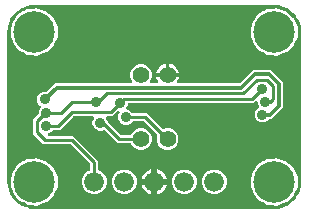
<source format=gbr>
G04 EAGLE Gerber RS-274X export*
G75*
%MOMM*%
%FSLAX34Y34*%
%LPD*%
%INBottom Copper*%
%IPPOS*%
%AMOC8*
5,1,8,0,0,1.08239X$1,22.5*%
G01*
%ADD10C,3.516000*%
%ADD11C,1.676400*%
%ADD12C,1.422400*%
%ADD13C,0.889000*%
%ADD14C,0.254000*%
%ADD15C,0.304800*%

G36*
X228622Y2543D02*
X228622Y2543D01*
X228700Y2545D01*
X232077Y2810D01*
X232145Y2824D01*
X232214Y2829D01*
X232370Y2869D01*
X238794Y4956D01*
X238901Y5006D01*
X239012Y5050D01*
X239063Y5083D01*
X239082Y5091D01*
X239097Y5104D01*
X239148Y5136D01*
X244612Y9107D01*
X244699Y9188D01*
X244746Y9227D01*
X244752Y9231D01*
X244753Y9233D01*
X244791Y9264D01*
X244829Y9310D01*
X244844Y9324D01*
X244855Y9342D01*
X244893Y9388D01*
X246586Y11717D01*
X246599Y11741D01*
X246616Y11761D01*
X246675Y11880D01*
X246739Y11996D01*
X246746Y12022D01*
X246758Y12046D01*
X246785Y12174D01*
X246799Y12185D01*
X246823Y12196D01*
X246925Y12281D01*
X247031Y12361D01*
X247048Y12381D01*
X247068Y12398D01*
X247171Y12522D01*
X248864Y14852D01*
X248921Y14956D01*
X248985Y15056D01*
X249007Y15113D01*
X249017Y15131D01*
X249022Y15151D01*
X249044Y15206D01*
X251131Y21630D01*
X251144Y21698D01*
X251167Y21764D01*
X251190Y21923D01*
X251455Y25300D01*
X251455Y25304D01*
X251456Y25307D01*
X251455Y25326D01*
X251459Y25400D01*
X251459Y152400D01*
X251457Y152422D01*
X251455Y152500D01*
X251190Y155877D01*
X251176Y155945D01*
X251171Y156014D01*
X251131Y156170D01*
X249044Y162594D01*
X248993Y162701D01*
X248950Y162812D01*
X248917Y162863D01*
X248909Y162882D01*
X248896Y162897D01*
X248864Y162948D01*
X247171Y165278D01*
X247153Y165297D01*
X247139Y165320D01*
X247044Y165413D01*
X246953Y165509D01*
X246931Y165524D01*
X246912Y165542D01*
X246798Y165608D01*
X246792Y165624D01*
X246789Y165651D01*
X246740Y165775D01*
X246697Y165900D01*
X246682Y165922D01*
X246672Y165947D01*
X246586Y166083D01*
X244893Y168412D01*
X244812Y168499D01*
X244736Y168591D01*
X244690Y168629D01*
X244676Y168644D01*
X244658Y168655D01*
X244612Y168693D01*
X239148Y172664D01*
X239044Y172721D01*
X238944Y172785D01*
X238887Y172807D01*
X238869Y172817D01*
X238849Y172822D01*
X238794Y172844D01*
X232370Y174931D01*
X232302Y174944D01*
X232236Y174967D01*
X232077Y174990D01*
X228700Y175255D01*
X228678Y175254D01*
X228600Y175259D01*
X25400Y175259D01*
X25378Y175257D01*
X25300Y175255D01*
X21923Y174990D01*
X21855Y174976D01*
X21786Y174971D01*
X21630Y174931D01*
X18892Y174041D01*
X18867Y174030D01*
X18842Y174024D01*
X18724Y173963D01*
X18604Y173906D01*
X18583Y173889D01*
X18560Y173877D01*
X18462Y173789D01*
X18445Y173788D01*
X18418Y173793D01*
X18286Y173785D01*
X18153Y173783D01*
X18127Y173775D01*
X18101Y173774D01*
X17945Y173734D01*
X15206Y172844D01*
X15099Y172794D01*
X14988Y172750D01*
X14937Y172717D01*
X14918Y172709D01*
X14903Y172696D01*
X14852Y172664D01*
X9388Y168693D01*
X9301Y168612D01*
X9209Y168536D01*
X9171Y168490D01*
X9156Y168476D01*
X9145Y168458D01*
X9107Y168412D01*
X5136Y162948D01*
X5079Y162844D01*
X5015Y162744D01*
X4993Y162687D01*
X4983Y162669D01*
X4978Y162649D01*
X4956Y162594D01*
X2869Y156170D01*
X2856Y156102D01*
X2833Y156036D01*
X2810Y155877D01*
X2545Y152500D01*
X2546Y152478D01*
X2541Y152400D01*
X2541Y25400D01*
X2543Y25378D01*
X2545Y25300D01*
X2810Y21923D01*
X2824Y21855D01*
X2829Y21786D01*
X2869Y21630D01*
X4956Y15206D01*
X5006Y15099D01*
X5050Y14988D01*
X5083Y14937D01*
X5091Y14918D01*
X5104Y14903D01*
X5136Y14852D01*
X9107Y9388D01*
X9127Y9366D01*
X9138Y9348D01*
X9184Y9305D01*
X9188Y9301D01*
X9264Y9209D01*
X9310Y9171D01*
X9324Y9156D01*
X9342Y9145D01*
X9388Y9107D01*
X14852Y5136D01*
X14956Y5079D01*
X15056Y5015D01*
X15113Y4993D01*
X15131Y4983D01*
X15151Y4978D01*
X15206Y4956D01*
X17945Y4066D01*
X17971Y4061D01*
X17996Y4051D01*
X18127Y4031D01*
X18257Y4006D01*
X18284Y4008D01*
X18310Y4004D01*
X18441Y4018D01*
X18455Y4008D01*
X18474Y3989D01*
X18585Y3917D01*
X18694Y3842D01*
X18719Y3832D01*
X18742Y3818D01*
X18891Y3759D01*
X21630Y2869D01*
X21698Y2856D01*
X21764Y2833D01*
X21923Y2810D01*
X25300Y2545D01*
X25322Y2546D01*
X25400Y2541D01*
X228600Y2541D01*
X228622Y2543D01*
G37*
%LPC*%
G36*
X74128Y14985D02*
X74128Y14985D01*
X70301Y16571D01*
X67371Y19501D01*
X65785Y23328D01*
X65785Y27472D01*
X67371Y31299D01*
X70301Y34229D01*
X72114Y34980D01*
X72139Y34995D01*
X72167Y35004D01*
X72277Y35073D01*
X72390Y35138D01*
X72411Y35158D01*
X72436Y35174D01*
X72525Y35269D01*
X72618Y35359D01*
X72634Y35384D01*
X72654Y35406D01*
X72717Y35520D01*
X72785Y35630D01*
X72793Y35658D01*
X72808Y35684D01*
X72840Y35810D01*
X72878Y35934D01*
X72880Y35964D01*
X72887Y35992D01*
X72897Y36153D01*
X72897Y40016D01*
X72885Y40114D01*
X72882Y40213D01*
X72865Y40272D01*
X72857Y40332D01*
X72821Y40424D01*
X72793Y40519D01*
X72763Y40571D01*
X72740Y40627D01*
X72682Y40707D01*
X72632Y40793D01*
X72566Y40868D01*
X72554Y40885D01*
X72544Y40893D01*
X72526Y40914D01*
X56154Y57286D01*
X56075Y57346D01*
X56003Y57414D01*
X55950Y57443D01*
X55902Y57480D01*
X55811Y57520D01*
X55725Y57568D01*
X55666Y57583D01*
X55611Y57607D01*
X55513Y57622D01*
X55417Y57647D01*
X55317Y57653D01*
X55296Y57657D01*
X55284Y57655D01*
X55256Y57657D01*
X32922Y57657D01*
X24510Y66069D01*
X24510Y78711D01*
X28711Y82911D01*
X28771Y82990D01*
X28839Y83062D01*
X28868Y83115D01*
X28905Y83163D01*
X28945Y83254D01*
X28993Y83340D01*
X29008Y83399D01*
X29032Y83454D01*
X29047Y83552D01*
X29072Y83648D01*
X29078Y83748D01*
X29082Y83768D01*
X29080Y83781D01*
X29082Y83809D01*
X29082Y85109D01*
X30068Y87489D01*
X30582Y88002D01*
X30654Y88096D01*
X30733Y88186D01*
X30752Y88222D01*
X30777Y88254D01*
X30824Y88363D01*
X30878Y88469D01*
X30887Y88508D01*
X30903Y88546D01*
X30922Y88663D01*
X30948Y88779D01*
X30946Y88820D01*
X30953Y88860D01*
X30942Y88978D01*
X30938Y89097D01*
X30927Y89136D01*
X30923Y89176D01*
X30883Y89288D01*
X30850Y89403D01*
X30829Y89438D01*
X30815Y89476D01*
X30749Y89574D01*
X30688Y89677D01*
X30648Y89722D01*
X30637Y89739D01*
X30621Y89752D01*
X30582Y89797D01*
X28798Y91581D01*
X27812Y93961D01*
X27812Y96539D01*
X28798Y98919D01*
X30621Y100742D01*
X33001Y101728D01*
X35212Y101728D01*
X35310Y101740D01*
X35409Y101743D01*
X35467Y101760D01*
X35528Y101768D01*
X35620Y101804D01*
X35715Y101832D01*
X35767Y101862D01*
X35823Y101885D01*
X35903Y101943D01*
X35989Y101993D01*
X36064Y102059D01*
X36081Y102071D01*
X36088Y102081D01*
X36110Y102099D01*
X42723Y108713D01*
X106990Y108713D01*
X107129Y108730D01*
X107268Y108743D01*
X107286Y108750D01*
X107306Y108753D01*
X107436Y108804D01*
X107567Y108851D01*
X107583Y108862D01*
X107602Y108870D01*
X107714Y108951D01*
X107830Y109030D01*
X107843Y109045D01*
X107859Y109056D01*
X107948Y109164D01*
X108040Y109269D01*
X108049Y109286D01*
X108062Y109301D01*
X108121Y109428D01*
X108185Y109552D01*
X108189Y109571D01*
X108197Y109589D01*
X108223Y109725D01*
X108254Y109862D01*
X108253Y109882D01*
X108257Y109901D01*
X108248Y110041D01*
X108244Y110180D01*
X108239Y110199D01*
X108237Y110219D01*
X108194Y110352D01*
X108155Y110486D01*
X108145Y110503D01*
X108139Y110521D01*
X108111Y110566D01*
X106655Y114081D01*
X106655Y117719D01*
X108047Y121080D01*
X110620Y123653D01*
X113981Y125045D01*
X117619Y125045D01*
X120980Y123653D01*
X123553Y121080D01*
X124945Y117719D01*
X124945Y114081D01*
X123460Y110497D01*
X123403Y110375D01*
X123399Y110356D01*
X123391Y110337D01*
X123369Y110199D01*
X123343Y110062D01*
X123344Y110043D01*
X123341Y110023D01*
X123354Y109884D01*
X123363Y109745D01*
X123369Y109726D01*
X123371Y109707D01*
X123418Y109575D01*
X123461Y109443D01*
X123471Y109426D01*
X123478Y109407D01*
X123556Y109292D01*
X123631Y109174D01*
X123645Y109160D01*
X123656Y109144D01*
X123761Y109052D01*
X123862Y108956D01*
X123880Y108946D01*
X123894Y108933D01*
X124019Y108870D01*
X124141Y108802D01*
X124160Y108798D01*
X124178Y108788D01*
X124314Y108758D01*
X124449Y108723D01*
X124476Y108721D01*
X124488Y108719D01*
X124508Y108719D01*
X124610Y108713D01*
X128999Y108713D01*
X129039Y108718D01*
X129079Y108715D01*
X129196Y108738D01*
X129315Y108753D01*
X129352Y108767D01*
X129391Y108775D01*
X129500Y108826D01*
X129611Y108870D01*
X129643Y108893D01*
X129679Y108910D01*
X129771Y108986D01*
X129868Y109056D01*
X129893Y109087D01*
X129924Y109112D01*
X129994Y109209D01*
X130071Y109301D01*
X130088Y109337D01*
X130111Y109370D01*
X130155Y109481D01*
X130206Y109589D01*
X130214Y109628D01*
X130228Y109665D01*
X130244Y109784D01*
X130266Y109901D01*
X130264Y109941D01*
X130269Y109981D01*
X130254Y110100D01*
X130246Y110219D01*
X130234Y110257D01*
X130229Y110296D01*
X130185Y110408D01*
X130148Y110521D01*
X130127Y110555D01*
X130112Y110592D01*
X130026Y110728D01*
X129944Y110841D01*
X129254Y112195D01*
X128785Y113640D01*
X128664Y114401D01*
X137970Y114401D01*
X138088Y114416D01*
X138207Y114423D01*
X138214Y114425D01*
X138270Y114411D01*
X138330Y114407D01*
X138350Y114403D01*
X138370Y114405D01*
X138430Y114401D01*
X147736Y114401D01*
X147615Y113640D01*
X147146Y112195D01*
X146456Y110841D01*
X146374Y110728D01*
X146355Y110693D01*
X146329Y110663D01*
X146278Y110554D01*
X146221Y110449D01*
X146211Y110411D01*
X146194Y110375D01*
X146171Y110257D01*
X146141Y110141D01*
X146141Y110102D01*
X146134Y110062D01*
X146141Y109943D01*
X146141Y109823D01*
X146151Y109785D01*
X146154Y109745D01*
X146191Y109631D01*
X146220Y109515D01*
X146239Y109480D01*
X146252Y109443D01*
X146316Y109341D01*
X146373Y109237D01*
X146401Y109208D01*
X146422Y109174D01*
X146509Y109092D01*
X146591Y109005D01*
X146625Y108983D01*
X146653Y108956D01*
X146758Y108898D01*
X146859Y108834D01*
X146897Y108822D01*
X146932Y108802D01*
X147048Y108773D01*
X147162Y108735D01*
X147201Y108733D01*
X147240Y108723D01*
X147401Y108713D01*
X198406Y108713D01*
X198504Y108725D01*
X198603Y108728D01*
X198662Y108745D01*
X198722Y108753D01*
X198814Y108789D01*
X198909Y108817D01*
X198961Y108847D01*
X199017Y108870D01*
X199097Y108928D01*
X199183Y108978D01*
X199258Y109044D01*
X199275Y109056D01*
X199282Y109066D01*
X199304Y109084D01*
X208034Y117814D01*
X208034Y117815D01*
X210489Y120270D01*
X225595Y120270D01*
X235713Y110152D01*
X235713Y88443D01*
X226009Y78739D01*
X224570Y78739D01*
X224472Y78727D01*
X224373Y78724D01*
X224314Y78707D01*
X224254Y78699D01*
X224162Y78663D01*
X224067Y78635D01*
X224015Y78605D01*
X223959Y78582D01*
X223878Y78524D01*
X223793Y78474D01*
X223718Y78408D01*
X223701Y78396D01*
X223694Y78386D01*
X223672Y78368D01*
X222109Y76804D01*
X219729Y75818D01*
X217151Y75818D01*
X214771Y76804D01*
X212948Y78627D01*
X211962Y81007D01*
X211962Y83585D01*
X212948Y85965D01*
X214771Y87788D01*
X214833Y87813D01*
X214936Y87872D01*
X215044Y87925D01*
X215074Y87951D01*
X215110Y87971D01*
X215195Y88054D01*
X215286Y88131D01*
X215309Y88164D01*
X215338Y88192D01*
X215400Y88294D01*
X215469Y88391D01*
X215483Y88429D01*
X215504Y88463D01*
X215539Y88577D01*
X215581Y88689D01*
X215586Y88729D01*
X215598Y88767D01*
X215604Y88886D01*
X215617Y89005D01*
X215611Y89045D01*
X215613Y89085D01*
X215589Y89202D01*
X215572Y89320D01*
X215553Y89376D01*
X215549Y89396D01*
X215540Y89415D01*
X215520Y89472D01*
X214502Y91929D01*
X214502Y92467D01*
X214485Y92605D01*
X214472Y92744D01*
X214465Y92763D01*
X214462Y92783D01*
X214411Y92912D01*
X214364Y93043D01*
X214353Y93060D01*
X214345Y93078D01*
X214264Y93191D01*
X214186Y93306D01*
X214170Y93319D01*
X214159Y93336D01*
X214051Y93425D01*
X213947Y93517D01*
X213929Y93526D01*
X213914Y93539D01*
X213788Y93598D01*
X213664Y93661D01*
X213644Y93666D01*
X213626Y93674D01*
X213489Y93700D01*
X213354Y93731D01*
X213333Y93730D01*
X213314Y93734D01*
X213175Y93725D01*
X213036Y93721D01*
X213016Y93715D01*
X212996Y93714D01*
X212864Y93671D01*
X212730Y93633D01*
X212713Y93622D01*
X212694Y93616D01*
X212576Y93542D01*
X212456Y93471D01*
X212435Y93453D01*
X212425Y93446D01*
X212411Y93431D01*
X212336Y93365D01*
X210918Y91947D01*
X105537Y91947D01*
X105419Y91932D01*
X105300Y91925D01*
X105262Y91912D01*
X105221Y91907D01*
X105111Y91864D01*
X104998Y91827D01*
X104963Y91805D01*
X104926Y91790D01*
X104830Y91721D01*
X104729Y91657D01*
X104701Y91627D01*
X104668Y91604D01*
X104592Y91512D01*
X104511Y91425D01*
X104491Y91390D01*
X104466Y91359D01*
X104415Y91251D01*
X104357Y91147D01*
X104347Y91107D01*
X104330Y91071D01*
X104308Y90954D01*
X104278Y90839D01*
X104276Y90806D01*
X103219Y88255D01*
X103206Y88207D01*
X103185Y88162D01*
X103164Y88054D01*
X103135Y87948D01*
X103134Y87898D01*
X103125Y87850D01*
X103132Y87740D01*
X103130Y87630D01*
X103142Y87582D01*
X103145Y87532D01*
X103179Y87428D01*
X103204Y87321D01*
X103227Y87277D01*
X103243Y87230D01*
X103302Y87137D01*
X103353Y87040D01*
X103386Y87003D01*
X103413Y86961D01*
X103493Y86886D01*
X103567Y86804D01*
X103608Y86777D01*
X103645Y86743D01*
X103741Y86690D01*
X103833Y86630D01*
X103880Y86613D01*
X103923Y86590D01*
X104029Y86562D01*
X104133Y86526D01*
X104183Y86522D01*
X104231Y86510D01*
X104266Y86508D01*
X106666Y85514D01*
X108483Y83697D01*
X108562Y83636D01*
X108634Y83568D01*
X108687Y83539D01*
X108735Y83502D01*
X108826Y83462D01*
X108912Y83415D01*
X108971Y83399D01*
X109027Y83375D01*
X109125Y83360D01*
X109220Y83335D01*
X109320Y83329D01*
X109341Y83325D01*
X109353Y83327D01*
X109381Y83325D01*
X120736Y83325D01*
X133402Y70659D01*
X133425Y70641D01*
X133444Y70618D01*
X133550Y70544D01*
X133653Y70464D01*
X133680Y70452D01*
X133704Y70435D01*
X133826Y70389D01*
X133945Y70338D01*
X133974Y70333D01*
X134002Y70322D01*
X134131Y70308D01*
X134259Y70288D01*
X134289Y70290D01*
X134318Y70287D01*
X134446Y70305D01*
X134576Y70318D01*
X134604Y70328D01*
X134633Y70332D01*
X134785Y70384D01*
X136381Y71045D01*
X140019Y71045D01*
X143380Y69653D01*
X145953Y67080D01*
X147345Y63719D01*
X147345Y60081D01*
X145953Y56720D01*
X143380Y54147D01*
X140019Y52755D01*
X136381Y52755D01*
X133020Y54147D01*
X130447Y56720D01*
X129055Y60081D01*
X129055Y63719D01*
X129300Y64311D01*
X129308Y64339D01*
X129322Y64366D01*
X129350Y64492D01*
X129384Y64617D01*
X129385Y64647D01*
X129391Y64676D01*
X129387Y64806D01*
X129389Y64935D01*
X129383Y64964D01*
X129382Y64994D01*
X129346Y65118D01*
X129315Y65245D01*
X129301Y65271D01*
X129293Y65299D01*
X129227Y65411D01*
X129167Y65526D01*
X129147Y65548D01*
X129132Y65573D01*
X129025Y65694D01*
X118372Y76348D01*
X118293Y76408D01*
X118221Y76476D01*
X118168Y76505D01*
X118120Y76543D01*
X118029Y76582D01*
X117943Y76630D01*
X117884Y76645D01*
X117828Y76669D01*
X117730Y76684D01*
X117635Y76709D01*
X117535Y76716D01*
X117514Y76719D01*
X117502Y76718D01*
X117474Y76719D01*
X109381Y76719D01*
X109283Y76707D01*
X109184Y76704D01*
X109125Y76687D01*
X109065Y76680D01*
X108973Y76643D01*
X108878Y76616D01*
X108826Y76585D01*
X108770Y76563D01*
X108690Y76504D01*
X108604Y76454D01*
X108529Y76388D01*
X108512Y76376D01*
X108505Y76366D01*
X108483Y76348D01*
X106666Y74531D01*
X104286Y73544D01*
X101708Y73544D01*
X99328Y74531D01*
X97505Y76353D01*
X96519Y78734D01*
X96519Y81311D01*
X97488Y83649D01*
X97506Y83716D01*
X97534Y83780D01*
X97548Y83869D01*
X97572Y83955D01*
X97573Y84025D01*
X97584Y84094D01*
X97575Y84184D01*
X97577Y84273D01*
X97560Y84341D01*
X97554Y84411D01*
X97523Y84495D01*
X97503Y84583D01*
X97470Y84644D01*
X97446Y84710D01*
X97396Y84784D01*
X97354Y84864D01*
X97307Y84915D01*
X97268Y84973D01*
X97200Y85033D01*
X97140Y85099D01*
X97082Y85137D01*
X97029Y85184D01*
X96949Y85224D01*
X96874Y85274D01*
X96808Y85296D01*
X96746Y85328D01*
X96658Y85348D01*
X96573Y85377D01*
X96504Y85383D01*
X96436Y85398D01*
X96346Y85395D01*
X96256Y85402D01*
X96188Y85390D01*
X96118Y85388D01*
X96032Y85363D01*
X95943Y85348D01*
X95879Y85319D01*
X95812Y85300D01*
X95735Y85254D01*
X95653Y85217D01*
X95598Y85174D01*
X95538Y85138D01*
X95418Y85032D01*
X91411Y81025D01*
X87525Y81025D01*
X87387Y81008D01*
X87248Y80995D01*
X87229Y80988D01*
X87209Y80985D01*
X87080Y80934D01*
X86949Y80887D01*
X86932Y80876D01*
X86914Y80868D01*
X86801Y80787D01*
X86686Y80708D01*
X86672Y80693D01*
X86656Y80682D01*
X86567Y80574D01*
X86475Y80470D01*
X86466Y80452D01*
X86453Y80437D01*
X86394Y80311D01*
X86331Y80187D01*
X86326Y80167D01*
X86318Y80149D01*
X86292Y80013D01*
X86261Y79876D01*
X86262Y79856D01*
X86258Y79837D01*
X86267Y79698D01*
X86271Y79558D01*
X86277Y79539D01*
X86278Y79519D01*
X86321Y79387D01*
X86359Y79253D01*
X86370Y79236D01*
X86376Y79217D01*
X86450Y79099D01*
X86470Y79065D01*
X87492Y76600D01*
X87492Y76355D01*
X87504Y76257D01*
X87507Y76158D01*
X87524Y76099D01*
X87531Y76039D01*
X87568Y75947D01*
X87595Y75852D01*
X87626Y75800D01*
X87648Y75744D01*
X87707Y75664D01*
X87757Y75578D01*
X87823Y75503D01*
X87835Y75486D01*
X87845Y75479D01*
X87863Y75457D01*
X97746Y65574D01*
X97825Y65514D01*
X97897Y65446D01*
X97950Y65417D01*
X97998Y65380D01*
X98089Y65340D01*
X98175Y65292D01*
X98234Y65277D01*
X98289Y65253D01*
X98387Y65238D01*
X98483Y65213D01*
X98583Y65207D01*
X98604Y65203D01*
X98616Y65205D01*
X98644Y65203D01*
X106422Y65203D01*
X106451Y65206D01*
X106480Y65204D01*
X106609Y65226D01*
X106737Y65243D01*
X106765Y65253D01*
X106794Y65258D01*
X106912Y65312D01*
X107033Y65360D01*
X107057Y65377D01*
X107084Y65389D01*
X107185Y65470D01*
X107290Y65546D01*
X107309Y65569D01*
X107332Y65588D01*
X107410Y65691D01*
X107493Y65791D01*
X107506Y65818D01*
X107523Y65842D01*
X107594Y65986D01*
X108047Y67080D01*
X110620Y69653D01*
X113981Y71045D01*
X117619Y71045D01*
X120980Y69653D01*
X123553Y67080D01*
X124945Y63719D01*
X124945Y60081D01*
X123553Y56720D01*
X120980Y54147D01*
X117619Y52755D01*
X113981Y52755D01*
X110620Y54147D01*
X108047Y56720D01*
X107594Y57814D01*
X107580Y57839D01*
X107571Y57867D01*
X107501Y57977D01*
X107437Y58090D01*
X107416Y58111D01*
X107401Y58136D01*
X107306Y58225D01*
X107216Y58318D01*
X107190Y58334D01*
X107169Y58354D01*
X107055Y58417D01*
X106944Y58485D01*
X106916Y58493D01*
X106890Y58508D01*
X106765Y58540D01*
X106641Y58578D01*
X106611Y58580D01*
X106582Y58587D01*
X106422Y58597D01*
X95382Y58597D01*
X84913Y69066D01*
X84889Y69085D01*
X84870Y69107D01*
X84764Y69182D01*
X84662Y69261D01*
X84634Y69273D01*
X84610Y69290D01*
X84489Y69336D01*
X84370Y69388D01*
X84341Y69392D01*
X84313Y69403D01*
X84184Y69417D01*
X84056Y69438D01*
X84026Y69435D01*
X83997Y69438D01*
X83868Y69420D01*
X83739Y69408D01*
X83711Y69398D01*
X83682Y69394D01*
X83530Y69342D01*
X82302Y68833D01*
X79725Y68833D01*
X77345Y69819D01*
X75522Y71642D01*
X74536Y74022D01*
X74536Y76600D01*
X75549Y79045D01*
X75574Y79075D01*
X75583Y79094D01*
X75595Y79109D01*
X75651Y79238D01*
X75710Y79363D01*
X75714Y79383D01*
X75722Y79401D01*
X75744Y79539D01*
X75770Y79676D01*
X75768Y79696D01*
X75772Y79715D01*
X75759Y79854D01*
X75750Y79993D01*
X75744Y80012D01*
X75742Y80032D01*
X75695Y80163D01*
X75652Y80295D01*
X75641Y80312D01*
X75634Y80331D01*
X75556Y80446D01*
X75482Y80564D01*
X75467Y80578D01*
X75456Y80595D01*
X75352Y80687D01*
X75250Y80782D01*
X75233Y80792D01*
X75218Y80805D01*
X75094Y80868D01*
X74972Y80936D01*
X74952Y80941D01*
X74934Y80950D01*
X74798Y80980D01*
X74664Y81015D01*
X74636Y81017D01*
X74624Y81019D01*
X74604Y81019D01*
X74503Y81025D01*
X59044Y81025D01*
X58946Y81013D01*
X58847Y81010D01*
X58788Y80993D01*
X58728Y80985D01*
X58636Y80949D01*
X58541Y80921D01*
X58489Y80891D01*
X58433Y80868D01*
X58353Y80810D01*
X58267Y80760D01*
X58192Y80694D01*
X58175Y80682D01*
X58167Y80672D01*
X58146Y80654D01*
X47088Y69595D01*
X41944Y69595D01*
X41846Y69583D01*
X41747Y69580D01*
X41688Y69563D01*
X41628Y69555D01*
X41536Y69519D01*
X41441Y69491D01*
X41389Y69461D01*
X41333Y69438D01*
X41253Y69380D01*
X41167Y69330D01*
X41092Y69264D01*
X41075Y69252D01*
X41068Y69242D01*
X41046Y69224D01*
X39229Y67406D01*
X37535Y66705D01*
X37474Y66670D01*
X37409Y66644D01*
X37337Y66592D01*
X37259Y66547D01*
X37209Y66499D01*
X37152Y66458D01*
X37095Y66388D01*
X37030Y66326D01*
X36994Y66266D01*
X36949Y66213D01*
X36911Y66131D01*
X36864Y66055D01*
X36843Y65988D01*
X36814Y65925D01*
X36797Y65837D01*
X36770Y65751D01*
X36767Y65681D01*
X36754Y65612D01*
X36760Y65523D01*
X36755Y65433D01*
X36769Y65365D01*
X36774Y65295D01*
X36801Y65210D01*
X36820Y65122D01*
X36850Y65059D01*
X36872Y64993D01*
X36920Y64917D01*
X36959Y64836D01*
X37005Y64783D01*
X37042Y64724D01*
X37107Y64662D01*
X37166Y64594D01*
X37223Y64554D01*
X37274Y64506D01*
X37352Y64463D01*
X37426Y64411D01*
X37491Y64386D01*
X37552Y64352D01*
X37639Y64330D01*
X37723Y64298D01*
X37793Y64290D01*
X37860Y64273D01*
X38021Y64263D01*
X58518Y64263D01*
X79503Y43278D01*
X79503Y36153D01*
X79506Y36124D01*
X79504Y36094D01*
X79526Y35966D01*
X79543Y35837D01*
X79553Y35810D01*
X79558Y35781D01*
X79612Y35662D01*
X79660Y35542D01*
X79677Y35518D01*
X79689Y35491D01*
X79770Y35389D01*
X79846Y35284D01*
X79869Y35265D01*
X79888Y35242D01*
X79991Y35164D01*
X80091Y35081D01*
X80118Y35069D01*
X80142Y35051D01*
X80286Y34980D01*
X82099Y34229D01*
X85029Y31299D01*
X86615Y27472D01*
X86615Y23328D01*
X85029Y19501D01*
X82099Y16571D01*
X78272Y14985D01*
X74128Y14985D01*
G37*
%LPD*%
%LPC*%
G36*
X23676Y132780D02*
X23676Y132780D01*
X23658Y132780D01*
X23543Y132787D01*
X21499Y132787D01*
X20951Y133014D01*
X20853Y133041D01*
X20757Y133077D01*
X20665Y133092D01*
X20644Y133098D01*
X20631Y133098D01*
X20598Y133104D01*
X19179Y133253D01*
X16215Y134964D01*
X16212Y134965D01*
X16210Y134967D01*
X16066Y135038D01*
X14290Y135773D01*
X13693Y136370D01*
X13626Y136422D01*
X13565Y136483D01*
X13451Y136558D01*
X13442Y136565D01*
X13438Y136567D01*
X13431Y136572D01*
X11929Y137439D01*
X10139Y139903D01*
X10126Y139917D01*
X10116Y139933D01*
X10009Y140054D01*
X8773Y141290D01*
X8357Y142296D01*
X8322Y142356D01*
X8297Y142420D01*
X8211Y142556D01*
X7008Y144211D01*
X6447Y146850D01*
X6436Y146883D01*
X6431Y146919D01*
X6379Y147071D01*
X5787Y148499D01*
X5787Y149822D01*
X5781Y149874D01*
X5783Y149926D01*
X5760Y150086D01*
X5268Y152400D01*
X5760Y154714D01*
X5764Y154767D01*
X5777Y154818D01*
X5787Y154978D01*
X5787Y156301D01*
X6379Y157729D01*
X6388Y157763D01*
X6404Y157795D01*
X6447Y157950D01*
X7008Y160589D01*
X8211Y162244D01*
X8244Y162305D01*
X8286Y162360D01*
X8357Y162504D01*
X8773Y163510D01*
X10009Y164746D01*
X10021Y164761D01*
X10036Y164773D01*
X10139Y164897D01*
X11929Y167361D01*
X13431Y168228D01*
X13499Y168280D01*
X13573Y168324D01*
X13675Y168414D01*
X13684Y168421D01*
X13687Y168424D01*
X13693Y168430D01*
X14290Y169027D01*
X16066Y169762D01*
X16068Y169764D01*
X16070Y169764D01*
X16215Y169836D01*
X18972Y171428D01*
X18993Y171444D01*
X19017Y171455D01*
X19119Y171540D01*
X19166Y171575D01*
X19203Y171568D01*
X19229Y171569D01*
X19256Y171565D01*
X19416Y171572D01*
X20598Y171696D01*
X20698Y171720D01*
X20799Y171734D01*
X20887Y171764D01*
X20908Y171769D01*
X20920Y171775D01*
X20951Y171786D01*
X21499Y172013D01*
X23543Y172013D01*
X23560Y172015D01*
X23676Y172020D01*
X27504Y172422D01*
X28573Y172075D01*
X28690Y172053D01*
X28805Y172023D01*
X28865Y172019D01*
X28885Y172015D01*
X28906Y172017D01*
X28965Y172013D01*
X29301Y172013D01*
X31209Y171223D01*
X31230Y171217D01*
X31302Y171188D01*
X35466Y169835D01*
X36078Y169285D01*
X36188Y169208D01*
X36297Y169126D01*
X36327Y169111D01*
X36339Y169103D01*
X36359Y169096D01*
X36441Y169055D01*
X36510Y169027D01*
X37805Y167732D01*
X37819Y167721D01*
X37853Y167686D01*
X41687Y164234D01*
X41900Y163756D01*
X41979Y163626D01*
X42250Y162972D01*
X42255Y162963D01*
X42263Y162941D01*
X45092Y156586D01*
X45092Y148214D01*
X42263Y141859D01*
X42260Y141849D01*
X42250Y141828D01*
X41994Y141211D01*
X41975Y141187D01*
X41970Y141179D01*
X41968Y141175D01*
X41963Y141165D01*
X41900Y141044D01*
X41687Y140566D01*
X37853Y137114D01*
X37841Y137100D01*
X37804Y137068D01*
X36510Y135773D01*
X36441Y135745D01*
X36324Y135678D01*
X36204Y135615D01*
X36177Y135594D01*
X36165Y135587D01*
X36149Y135572D01*
X36078Y135515D01*
X35466Y134965D01*
X31302Y133612D01*
X31283Y133603D01*
X31209Y133577D01*
X29301Y132787D01*
X28965Y132787D01*
X28848Y132772D01*
X28729Y132765D01*
X28670Y132750D01*
X28650Y132747D01*
X28631Y132740D01*
X28573Y132725D01*
X27504Y132378D01*
X23676Y132780D01*
G37*
%LPD*%
%LPC*%
G36*
X226876Y132780D02*
X226876Y132780D01*
X226858Y132780D01*
X226743Y132787D01*
X224699Y132787D01*
X224151Y133014D01*
X224052Y133041D01*
X223957Y133077D01*
X223865Y133092D01*
X223844Y133098D01*
X223831Y133098D01*
X223798Y133104D01*
X222379Y133253D01*
X219415Y134964D01*
X219413Y134965D01*
X219410Y134967D01*
X219266Y135038D01*
X217490Y135773D01*
X216893Y136370D01*
X216826Y136422D01*
X216765Y136483D01*
X216651Y136558D01*
X216642Y136565D01*
X216638Y136567D01*
X216631Y136572D01*
X215129Y137439D01*
X213339Y139903D01*
X213326Y139917D01*
X213316Y139933D01*
X213209Y140054D01*
X211973Y141290D01*
X211557Y142296D01*
X211522Y142356D01*
X211497Y142420D01*
X211411Y142556D01*
X210208Y144211D01*
X209647Y146849D01*
X209636Y146883D01*
X209631Y146919D01*
X209579Y147071D01*
X208987Y148499D01*
X208987Y149822D01*
X208981Y149874D01*
X208983Y149926D01*
X208960Y150086D01*
X208468Y152400D01*
X208960Y154714D01*
X208964Y154767D01*
X208977Y154817D01*
X208987Y154978D01*
X208987Y156301D01*
X209579Y157729D01*
X209588Y157763D01*
X209604Y157795D01*
X209647Y157951D01*
X210208Y160589D01*
X211411Y162244D01*
X211444Y162305D01*
X211486Y162360D01*
X211557Y162504D01*
X211973Y163510D01*
X213209Y164746D01*
X213221Y164761D01*
X213236Y164773D01*
X213339Y164897D01*
X215129Y167361D01*
X216631Y168228D01*
X216699Y168280D01*
X216773Y168324D01*
X216875Y168414D01*
X216884Y168421D01*
X216887Y168424D01*
X216893Y168430D01*
X217490Y169027D01*
X219266Y169762D01*
X219268Y169764D01*
X219271Y169764D01*
X219415Y169836D01*
X222379Y171547D01*
X223798Y171696D01*
X223898Y171720D01*
X223999Y171734D01*
X224087Y171764D01*
X224108Y171769D01*
X224120Y171775D01*
X224151Y171786D01*
X224699Y172013D01*
X226743Y172013D01*
X226760Y172015D01*
X226876Y172020D01*
X230704Y172422D01*
X231773Y172075D01*
X231890Y172053D01*
X232005Y172023D01*
X232065Y172019D01*
X232085Y172015D01*
X232106Y172017D01*
X232165Y172013D01*
X232501Y172013D01*
X234409Y171222D01*
X234430Y171217D01*
X234503Y171188D01*
X238666Y169835D01*
X239278Y169285D01*
X239389Y169207D01*
X239497Y169126D01*
X239527Y169111D01*
X239539Y169103D01*
X239559Y169096D01*
X239641Y169055D01*
X239710Y169027D01*
X241005Y167732D01*
X241019Y167721D01*
X241053Y167686D01*
X244710Y164393D01*
X244732Y164378D01*
X244750Y164359D01*
X244862Y164288D01*
X244910Y164254D01*
X244914Y164217D01*
X244924Y164192D01*
X244929Y164166D01*
X244985Y164015D01*
X245100Y163756D01*
X245179Y163626D01*
X245450Y162971D01*
X245455Y162962D01*
X245463Y162941D01*
X248292Y156586D01*
X248292Y148214D01*
X245463Y141859D01*
X245460Y141849D01*
X245450Y141829D01*
X245194Y141211D01*
X245175Y141187D01*
X245170Y141179D01*
X245168Y141175D01*
X245163Y141164D01*
X245100Y141044D01*
X244887Y140566D01*
X241053Y137114D01*
X241041Y137100D01*
X241005Y137068D01*
X239710Y135773D01*
X239641Y135745D01*
X239524Y135678D01*
X239404Y135615D01*
X239377Y135594D01*
X239365Y135587D01*
X239350Y135572D01*
X239278Y135515D01*
X238666Y134965D01*
X234502Y133612D01*
X234483Y133603D01*
X234409Y133577D01*
X232501Y132787D01*
X232165Y132787D01*
X232047Y132772D01*
X231929Y132765D01*
X231870Y132750D01*
X231850Y132747D01*
X231831Y132740D01*
X231773Y132725D01*
X230704Y132378D01*
X226876Y132780D01*
G37*
%LPD*%
%LPC*%
G36*
X226876Y5780D02*
X226876Y5780D01*
X226858Y5780D01*
X226743Y5787D01*
X224699Y5787D01*
X224151Y6014D01*
X224052Y6041D01*
X223957Y6077D01*
X223865Y6092D01*
X223844Y6098D01*
X223831Y6098D01*
X223798Y6104D01*
X222379Y6253D01*
X219415Y7964D01*
X219413Y7965D01*
X219410Y7967D01*
X219266Y8038D01*
X217490Y8773D01*
X216893Y9370D01*
X216826Y9422D01*
X216765Y9483D01*
X216651Y9558D01*
X216642Y9565D01*
X216638Y9567D01*
X216631Y9572D01*
X215129Y10439D01*
X213339Y12903D01*
X213326Y12917D01*
X213316Y12933D01*
X213209Y13054D01*
X211973Y14290D01*
X211557Y15296D01*
X211522Y15356D01*
X211497Y15420D01*
X211411Y15556D01*
X210208Y17211D01*
X209647Y19849D01*
X209636Y19883D01*
X209631Y19919D01*
X209579Y20071D01*
X208987Y21499D01*
X208987Y22822D01*
X208981Y22874D01*
X208983Y22926D01*
X208960Y23086D01*
X208468Y25400D01*
X208960Y27714D01*
X208964Y27767D01*
X208977Y27817D01*
X208987Y27978D01*
X208987Y29301D01*
X209579Y30729D01*
X209588Y30763D01*
X209604Y30795D01*
X209647Y30951D01*
X210208Y33589D01*
X211411Y35244D01*
X211444Y35305D01*
X211486Y35360D01*
X211557Y35504D01*
X211973Y36510D01*
X213209Y37746D01*
X213221Y37761D01*
X213236Y37773D01*
X213339Y37897D01*
X215129Y40361D01*
X216631Y41228D01*
X216699Y41280D01*
X216773Y41324D01*
X216875Y41414D01*
X216884Y41421D01*
X216887Y41424D01*
X216893Y41430D01*
X217490Y42027D01*
X219266Y42762D01*
X219268Y42764D01*
X219271Y42764D01*
X219415Y42836D01*
X222379Y44547D01*
X223798Y44696D01*
X223898Y44720D01*
X223999Y44734D01*
X224087Y44764D01*
X224108Y44769D01*
X224120Y44775D01*
X224151Y44786D01*
X224699Y45013D01*
X226743Y45013D01*
X226760Y45015D01*
X226876Y45020D01*
X230704Y45422D01*
X231773Y45075D01*
X231890Y45053D01*
X232005Y45023D01*
X232065Y45019D01*
X232085Y45015D01*
X232106Y45017D01*
X232165Y45013D01*
X232501Y45013D01*
X234409Y44222D01*
X234430Y44217D01*
X234503Y44188D01*
X238666Y42835D01*
X239278Y42285D01*
X239389Y42207D01*
X239497Y42126D01*
X239527Y42111D01*
X239539Y42103D01*
X239559Y42096D01*
X239641Y42055D01*
X239710Y42027D01*
X241005Y40732D01*
X241019Y40721D01*
X241053Y40686D01*
X244887Y37234D01*
X245100Y36756D01*
X245179Y36626D01*
X245450Y35971D01*
X245455Y35962D01*
X245463Y35941D01*
X248292Y29586D01*
X248292Y21214D01*
X245463Y14859D01*
X245460Y14849D01*
X245450Y14829D01*
X245194Y14211D01*
X245175Y14187D01*
X245170Y14178D01*
X245168Y14175D01*
X245163Y14165D01*
X245100Y14044D01*
X244985Y13785D01*
X244977Y13759D01*
X244964Y13736D01*
X244931Y13607D01*
X244914Y13552D01*
X244880Y13536D01*
X244860Y13519D01*
X244836Y13507D01*
X244710Y13407D01*
X241053Y10114D01*
X241041Y10100D01*
X241005Y10068D01*
X239710Y8773D01*
X239641Y8745D01*
X239524Y8678D01*
X239404Y8615D01*
X239377Y8594D01*
X239365Y8587D01*
X239350Y8572D01*
X239278Y8515D01*
X238666Y7965D01*
X234502Y6612D01*
X234483Y6603D01*
X234409Y6577D01*
X232501Y5787D01*
X232165Y5787D01*
X232047Y5772D01*
X231929Y5765D01*
X231870Y5750D01*
X231850Y5747D01*
X231831Y5740D01*
X231773Y5725D01*
X230704Y5378D01*
X226876Y5780D01*
G37*
%LPD*%
%LPC*%
G36*
X23676Y5780D02*
X23676Y5780D01*
X23658Y5780D01*
X23543Y5787D01*
X21499Y5787D01*
X20951Y6014D01*
X20852Y6041D01*
X20757Y6077D01*
X20665Y6092D01*
X20644Y6098D01*
X20631Y6098D01*
X20598Y6104D01*
X19416Y6228D01*
X19390Y6227D01*
X19364Y6232D01*
X19231Y6224D01*
X19173Y6223D01*
X19147Y6250D01*
X19125Y6265D01*
X19106Y6283D01*
X18972Y6372D01*
X16215Y7964D01*
X16213Y7965D01*
X16210Y7967D01*
X16066Y8038D01*
X14290Y8773D01*
X13693Y9370D01*
X13626Y9422D01*
X13565Y9483D01*
X13451Y9558D01*
X13442Y9565D01*
X13438Y9567D01*
X13431Y9572D01*
X11929Y10439D01*
X10139Y12903D01*
X10126Y12917D01*
X10116Y12933D01*
X10009Y13054D01*
X8773Y14290D01*
X8357Y15296D01*
X8322Y15356D01*
X8297Y15420D01*
X8211Y15556D01*
X7008Y17211D01*
X6447Y19849D01*
X6436Y19883D01*
X6431Y19919D01*
X6379Y20071D01*
X5787Y21499D01*
X5787Y22822D01*
X5781Y22874D01*
X5783Y22926D01*
X5760Y23086D01*
X5268Y25400D01*
X5760Y27714D01*
X5764Y27767D01*
X5777Y27817D01*
X5787Y27978D01*
X5787Y29301D01*
X6379Y30729D01*
X6388Y30763D01*
X6404Y30795D01*
X6447Y30951D01*
X7008Y33589D01*
X8211Y35244D01*
X8244Y35305D01*
X8286Y35360D01*
X8357Y35504D01*
X8773Y36510D01*
X10009Y37746D01*
X10021Y37761D01*
X10036Y37773D01*
X10139Y37897D01*
X11929Y40361D01*
X13431Y41228D01*
X13499Y41280D01*
X13573Y41324D01*
X13675Y41414D01*
X13684Y41421D01*
X13687Y41424D01*
X13693Y41430D01*
X14290Y42027D01*
X16066Y42762D01*
X16068Y42764D01*
X16071Y42764D01*
X16215Y42836D01*
X19179Y44547D01*
X20598Y44696D01*
X20698Y44720D01*
X20799Y44734D01*
X20887Y44764D01*
X20908Y44769D01*
X20920Y44775D01*
X20951Y44786D01*
X21499Y45013D01*
X23543Y45013D01*
X23560Y45015D01*
X23676Y45020D01*
X27504Y45422D01*
X28573Y45075D01*
X28690Y45053D01*
X28805Y45023D01*
X28865Y45019D01*
X28885Y45015D01*
X28906Y45017D01*
X28965Y45013D01*
X29301Y45013D01*
X31209Y44222D01*
X31230Y44217D01*
X31303Y44188D01*
X35466Y42835D01*
X36078Y42285D01*
X36189Y42207D01*
X36297Y42126D01*
X36327Y42111D01*
X36339Y42103D01*
X36359Y42096D01*
X36441Y42055D01*
X36510Y42027D01*
X37805Y40732D01*
X37819Y40721D01*
X37853Y40686D01*
X41687Y37234D01*
X41900Y36756D01*
X41979Y36626D01*
X42250Y35971D01*
X42255Y35962D01*
X42263Y35941D01*
X45092Y29586D01*
X45092Y21214D01*
X42263Y14859D01*
X42260Y14849D01*
X42250Y14829D01*
X41994Y14211D01*
X41975Y14187D01*
X41970Y14179D01*
X41968Y14175D01*
X41963Y14164D01*
X41900Y14044D01*
X41687Y13566D01*
X37853Y10114D01*
X37841Y10100D01*
X37805Y10068D01*
X36510Y8773D01*
X36441Y8745D01*
X36324Y8678D01*
X36204Y8615D01*
X36177Y8594D01*
X36165Y8587D01*
X36150Y8572D01*
X36078Y8515D01*
X35466Y7965D01*
X31302Y6612D01*
X31283Y6603D01*
X31209Y6577D01*
X29301Y5787D01*
X28965Y5787D01*
X28847Y5772D01*
X28729Y5765D01*
X28670Y5750D01*
X28650Y5747D01*
X28631Y5740D01*
X28573Y5725D01*
X27504Y5378D01*
X23676Y5780D01*
G37*
%LPD*%
%LPC*%
G36*
X175728Y14985D02*
X175728Y14985D01*
X171901Y16571D01*
X168971Y19501D01*
X167385Y23328D01*
X167385Y27472D01*
X168971Y31299D01*
X171901Y34229D01*
X175728Y35815D01*
X179872Y35815D01*
X183699Y34229D01*
X186629Y31299D01*
X188215Y27472D01*
X188215Y23328D01*
X186629Y19501D01*
X183699Y16571D01*
X179872Y14985D01*
X175728Y14985D01*
G37*
%LPD*%
%LPC*%
G36*
X150328Y14985D02*
X150328Y14985D01*
X146501Y16571D01*
X143571Y19501D01*
X141985Y23328D01*
X141985Y27472D01*
X143571Y31299D01*
X146501Y34229D01*
X150328Y35815D01*
X154472Y35815D01*
X158299Y34229D01*
X161229Y31299D01*
X162815Y27472D01*
X162815Y23328D01*
X161229Y19501D01*
X158299Y16571D01*
X154472Y14985D01*
X150328Y14985D01*
G37*
%LPD*%
%LPC*%
G36*
X99528Y14985D02*
X99528Y14985D01*
X95701Y16571D01*
X92771Y19501D01*
X91185Y23328D01*
X91185Y27472D01*
X92771Y31299D01*
X95701Y34229D01*
X99528Y35815D01*
X103672Y35815D01*
X107499Y34229D01*
X110429Y31299D01*
X112015Y27472D01*
X112015Y23328D01*
X110429Y19501D01*
X107499Y16571D01*
X103672Y14985D01*
X99528Y14985D01*
G37*
%LPD*%
%LPC*%
G36*
X139699Y117399D02*
X139699Y117399D01*
X139699Y125436D01*
X140460Y125315D01*
X141905Y124846D01*
X143259Y124156D01*
X144488Y123263D01*
X145563Y122188D01*
X146456Y120959D01*
X147146Y119605D01*
X147615Y118160D01*
X147736Y117399D01*
X139699Y117399D01*
G37*
%LPD*%
%LPC*%
G36*
X128664Y117399D02*
X128664Y117399D01*
X128785Y118160D01*
X129254Y119605D01*
X129944Y120959D01*
X130837Y122188D01*
X131912Y123263D01*
X133141Y124156D01*
X134495Y124846D01*
X135940Y125315D01*
X136701Y125436D01*
X136701Y117399D01*
X128664Y117399D01*
G37*
%LPD*%
%LPC*%
G36*
X129499Y27899D02*
X129499Y27899D01*
X129499Y36063D01*
X129558Y36054D01*
X131193Y35523D01*
X132725Y34742D01*
X134116Y33731D01*
X135331Y32516D01*
X136342Y31125D01*
X137123Y29593D01*
X137654Y27958D01*
X137663Y27899D01*
X129499Y27899D01*
G37*
%LPD*%
%LPC*%
G36*
X116337Y27899D02*
X116337Y27899D01*
X116346Y27958D01*
X116877Y29593D01*
X117658Y31125D01*
X118669Y32516D01*
X119884Y33731D01*
X121275Y34742D01*
X122807Y35523D01*
X124442Y36054D01*
X124501Y36063D01*
X124501Y27899D01*
X116337Y27899D01*
G37*
%LPD*%
%LPC*%
G36*
X129499Y22901D02*
X129499Y22901D01*
X137663Y22901D01*
X137654Y22842D01*
X137123Y21207D01*
X136342Y19675D01*
X135331Y18284D01*
X134116Y17069D01*
X132725Y16058D01*
X131193Y15277D01*
X129558Y14746D01*
X129499Y14737D01*
X129499Y22901D01*
G37*
%LPD*%
%LPC*%
G36*
X124442Y14746D02*
X124442Y14746D01*
X122807Y15277D01*
X121275Y16058D01*
X119884Y17069D01*
X118669Y18284D01*
X117658Y19675D01*
X116877Y21207D01*
X116346Y22842D01*
X116337Y22901D01*
X124501Y22901D01*
X124501Y14737D01*
X124442Y14746D01*
G37*
%LPD*%
D10*
X25400Y152400D03*
X228600Y152400D03*
X25400Y25400D03*
X228600Y25400D03*
D11*
X177800Y25400D03*
X152400Y25400D03*
X127000Y25400D03*
X101600Y25400D03*
X76200Y25400D03*
D12*
X115800Y61900D03*
X138200Y61900D03*
X115800Y115900D03*
X138200Y115900D03*
D13*
X201930Y60960D03*
X33020Y110490D03*
X198171Y121971D03*
X35560Y83820D03*
D14*
X48260Y83820D01*
X57150Y92710D01*
X77470Y92710D01*
D13*
X77470Y92710D03*
X220980Y93218D03*
D14*
X224790Y93218D02*
X227330Y95758D01*
X224790Y93218D02*
X220980Y93218D01*
X227330Y95758D02*
X227330Y106680D01*
X222123Y111887D01*
X213961Y111887D01*
X86834Y100330D02*
X80484Y93980D01*
X78740Y93980D02*
X77470Y92710D01*
X78740Y93980D02*
X80484Y93980D01*
X202404Y100330D02*
X213961Y111887D01*
X202404Y100330D02*
X86834Y100330D01*
X35560Y83820D02*
X34290Y83820D01*
X27813Y77343D02*
X27813Y67437D01*
X76200Y41910D02*
X76200Y25400D01*
X27813Y77343D02*
X34290Y83820D01*
X27813Y67437D02*
X34290Y60960D01*
X57150Y60960D01*
X76200Y41910D01*
D13*
X218440Y104140D03*
D14*
X209550Y95250D01*
X100965Y95250D01*
X97790Y92075D01*
D13*
X97790Y92075D03*
D14*
X90043Y84328D02*
X57150Y84328D01*
X45720Y72898D01*
X35560Y72898D01*
D13*
X35560Y72898D03*
D14*
X90043Y84328D02*
X97790Y92075D01*
D13*
X102997Y80022D03*
D14*
X119368Y80022D01*
X137490Y61900D02*
X138200Y61900D01*
X137490Y61900D02*
X119368Y80022D01*
D13*
X81014Y75311D03*
D14*
X83339Y75311D01*
X96750Y61900D02*
X115800Y61900D01*
X96750Y61900D02*
X83339Y75311D01*
D13*
X34290Y95250D03*
D15*
X44196Y105156D01*
X211962Y116713D02*
X224122Y116713D01*
X232156Y108679D01*
X232156Y89916D01*
X224536Y82296D01*
X218440Y82296D01*
D13*
X218440Y82296D03*
D15*
X200405Y105156D02*
X44196Y105156D01*
X200405Y105156D02*
X211962Y116713D01*
M02*

</source>
